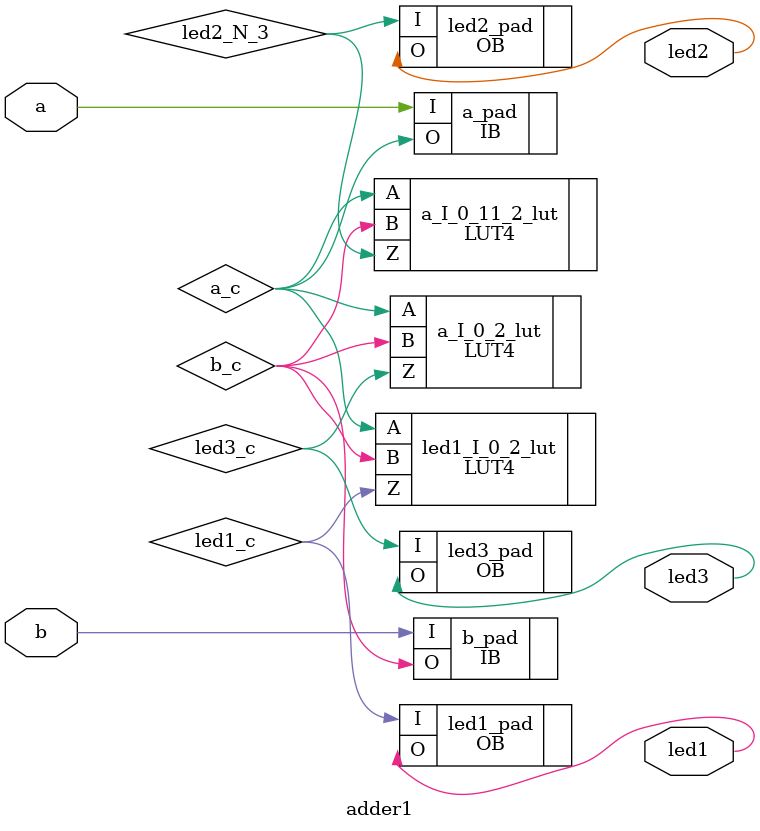
<source format=v>

module adder1 (a, b, led1, led2, led3) /* synthesis syn_module_defined=1 */ ;   // e:/fpgaproject/stepmxo2/swust/4.comparer1/comparer1.v(13[8:14])
    input a;   // e:/fpgaproject/stepmxo2/swust/4.comparer1/comparer1.v(15[12:13])
    input b;   // e:/fpgaproject/stepmxo2/swust/4.comparer1/comparer1.v(16[12:13])
    output led1;   // e:/fpgaproject/stepmxo2/swust/4.comparer1/comparer1.v(17[13:17])
    output led2;   // e:/fpgaproject/stepmxo2/swust/4.comparer1/comparer1.v(18[13:17])
    output led3;   // e:/fpgaproject/stepmxo2/swust/4.comparer1/comparer1.v(19[13:17])
    
    
    wire a_c, b_c, led1_c, led3_c, led2_N_3, VCC_net, GND_net;
    
    VHI i27 (.Z(VCC_net));
    LUT4 a_I_0_2_lut (.A(a_c), .B(b_c), .Z(led3_c)) /* synthesis lut_function=(!((B)+!A)) */ ;   // e:/fpgaproject/stepmxo2/swust/4.comparer1/comparer1.v(24[15:21])
    defparam a_I_0_2_lut.init = 16'h2222;
    LUT4 a_I_0_11_2_lut (.A(a_c), .B(b_c), .Z(led2_N_3)) /* synthesis lut_function=(A (B)+!A !(B)) */ ;   // e:/fpgaproject/stepmxo2/swust/4.comparer1/comparer1.v(23[16:21])
    defparam a_I_0_11_2_lut.init = 16'h9999;
    PUR PUR_INST (.PUR(VCC_net));
    defparam PUR_INST.RST_PULSE = 1;
    LUT4 led1_I_0_2_lut (.A(a_c), .B(b_c), .Z(led1_c)) /* synthesis lut_function=(!(A+!(B))) */ ;   // e:/fpgaproject/stepmxo2/swust/4.comparer1/comparer1.v(22[15:21])
    defparam led1_I_0_2_lut.init = 16'h4444;
    VLO i32 (.Z(GND_net));
    OB led1_pad (.I(led1_c), .O(led1));   // e:/fpgaproject/stepmxo2/swust/4.comparer1/comparer1.v(17[13:17])
    OB led2_pad (.I(led2_N_3), .O(led2));   // e:/fpgaproject/stepmxo2/swust/4.comparer1/comparer1.v(18[13:17])
    OB led3_pad (.I(led3_c), .O(led3));   // e:/fpgaproject/stepmxo2/swust/4.comparer1/comparer1.v(19[13:17])
    IB a_pad (.I(a), .O(a_c));   // e:/fpgaproject/stepmxo2/swust/4.comparer1/comparer1.v(15[12:13])
    IB b_pad (.I(b), .O(b_c));   // e:/fpgaproject/stepmxo2/swust/4.comparer1/comparer1.v(16[12:13])
    GSR GSR_INST (.GSR(VCC_net));
    TSALL TSALL_INST (.TSALL(GND_net));
    
endmodule
//
// Verilog Description of module PUR
// module not written out since it is a black-box. 
//

//
// Verilog Description of module TSALL
// module not written out since it is a black-box. 
//


</source>
